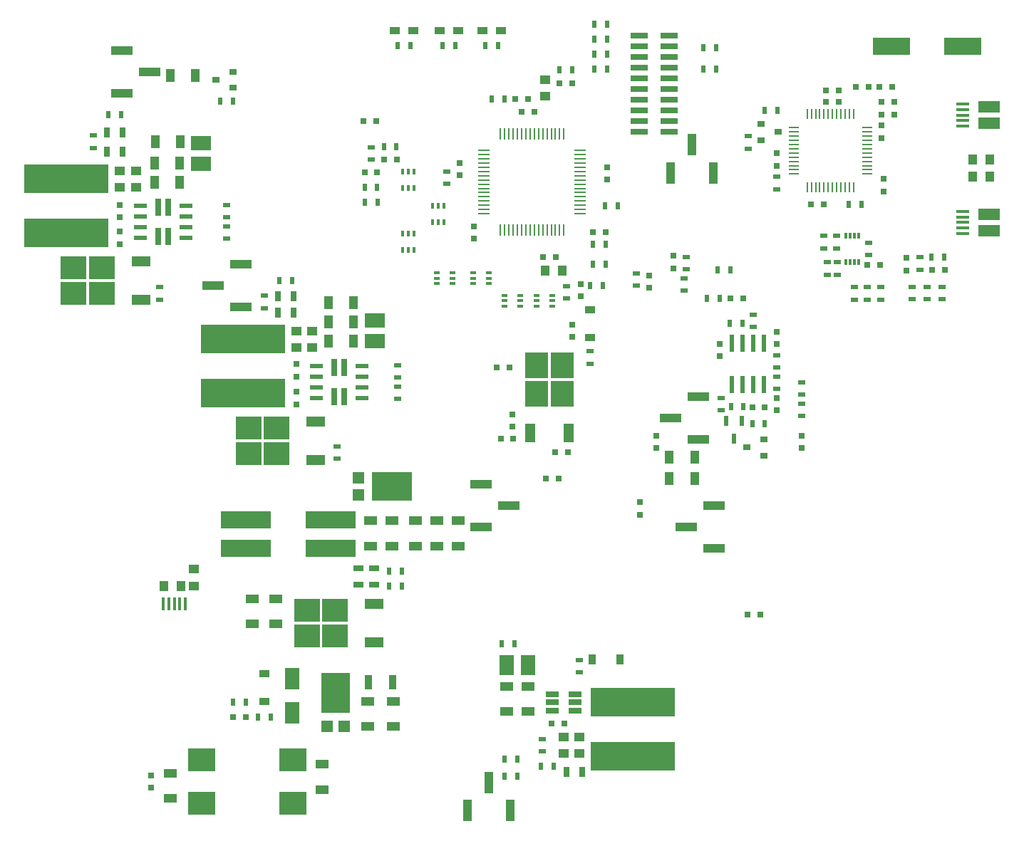
<source format=gbr>
G04 #@! TF.FileFunction,Paste,Top*
%FSLAX46Y46*%
G04 Gerber Fmt 4.6, Leading zero omitted, Abs format (unit mm)*
G04 Created by KiCad (PCBNEW 4.0.7) date 12/12/18 15:38:43*
%MOMM*%
%LPD*%
G01*
G04 APERTURE LIST*
%ADD10C,0.100000*%
%ADD11R,0.450000X1.500000*%
%ADD12R,0.900000X0.500000*%
%ADD13R,0.750000X0.800000*%
%ADD14R,1.650000X0.400000*%
%ADD15R,2.500000X1.430000*%
%ADD16R,1.600000X1.000000*%
%ADD17R,0.800000X0.750000*%
%ADD18R,1.250000X1.000000*%
%ADD19R,1.000000X1.600000*%
%ADD20R,1.000000X1.250000*%
%ADD21R,1.800000X2.500000*%
%ADD22R,1.200000X0.900000*%
%ADD23R,0.900000X1.200000*%
%ADD24R,4.860000X3.360000*%
%ADD25R,1.400000X1.390000*%
%ADD26R,2.100000X0.750000*%
%ADD27R,1.700000X2.400000*%
%ADD28R,10.000000X3.500000*%
%ADD29R,2.400000X1.700000*%
%ADD30R,6.000000X2.150000*%
%ADD31R,2.200000X1.200000*%
%ADD32R,3.050000X2.750000*%
%ADD33R,0.900000X1.700000*%
%ADD34R,0.500000X0.900000*%
%ADD35R,0.700000X1.300000*%
%ADD36R,1.300000X0.700000*%
%ADD37R,1.200000X2.200000*%
%ADD38R,2.750000X3.050000*%
%ADD39R,3.360000X4.860000*%
%ADD40R,1.390000X1.400000*%
%ADD41R,0.400000X0.650000*%
%ADD42R,0.650000X0.400000*%
%ADD43R,1.000000X2.510000*%
%ADD44R,2.510000X1.000000*%
%ADD45R,3.200000X2.700000*%
%ADD46R,1.300000X0.250000*%
%ADD47R,0.250000X1.300000*%
%ADD48R,1.473200X0.279400*%
%ADD49R,0.279400X1.473200*%
%ADD50R,4.500000X2.000000*%
%ADD51R,1.560000X0.650000*%
%ADD52R,1.550000X0.600000*%
%ADD53R,0.705000X2.040000*%
%ADD54R,0.900000X0.800000*%
%ADD55R,0.600000X2.000000*%
%ADD56R,0.300000X0.800000*%
%ADD57R,0.600000X1.300000*%
G04 APERTURE END LIST*
D10*
D11*
X19812020Y-72073020D03*
X20462020Y-72073020D03*
X19162020Y-72073020D03*
X21112020Y-72073020D03*
X18512020Y-72073020D03*
D12*
X18034020Y-34429020D03*
X18034020Y-35929020D03*
D13*
X13335020Y-29325020D03*
X13335020Y-27825020D03*
D12*
X26035020Y-24650020D03*
X26035020Y-26150020D03*
X26035020Y-27190020D03*
X26035020Y-28690020D03*
D14*
X113500000Y-28050000D03*
X113500000Y-27400000D03*
X113500000Y-26750000D03*
X113500000Y-26100000D03*
X113500000Y-25450000D03*
D15*
X116620000Y-27710000D03*
X116620000Y-25790000D03*
D13*
X17018020Y-93968020D03*
X17018020Y-92468020D03*
D16*
X19304020Y-92226020D03*
X19304020Y-95226020D03*
X37338020Y-91186020D03*
X37338020Y-94186020D03*
X42766000Y-83684000D03*
X42766000Y-86684000D03*
X45814000Y-83684000D03*
X45814000Y-86684000D03*
D17*
X42397000Y-20811816D03*
X43897000Y-20811816D03*
X26785132Y-85588642D03*
X28285132Y-85588642D03*
D16*
X59276000Y-81906000D03*
X59276000Y-84906000D03*
X61816000Y-81906000D03*
X61816000Y-84906000D03*
D18*
X67945020Y-89900020D03*
X67945020Y-87900020D03*
X66040020Y-89900020D03*
X66040020Y-87900020D03*
D17*
X71026421Y-27893237D03*
X69526421Y-27893237D03*
X66155020Y-86360020D03*
X64655020Y-86360020D03*
X46216020Y-19304020D03*
X44716020Y-19304020D03*
D13*
X67056020Y-38874020D03*
X67056020Y-40374020D03*
D19*
X20550020Y-17145020D03*
X17550020Y-17145020D03*
X20438006Y-19685020D03*
X17438006Y-19685020D03*
X20438006Y-21971020D03*
X17438006Y-21971020D03*
D18*
X13335020Y-20590020D03*
X13335020Y-22590020D03*
X15240020Y-20590020D03*
X15240020Y-22590020D03*
D19*
X41124020Y-36322020D03*
X38124020Y-36322020D03*
X41091000Y-40894020D03*
X38091000Y-40894020D03*
X41124020Y-38608020D03*
X38124020Y-38608020D03*
D18*
X36195020Y-39640020D03*
X36195020Y-41640020D03*
X34290020Y-39640020D03*
X34290020Y-41640020D03*
D13*
X68072020Y-35548020D03*
X68072020Y-34048020D03*
D17*
X61804000Y-12032000D03*
X60304000Y-12032000D03*
D13*
X53688000Y-21164000D03*
X53688000Y-19664000D03*
X71214000Y-21672000D03*
X71214000Y-20172000D03*
D17*
X63606000Y-30828000D03*
X65106000Y-30828000D03*
D13*
X55372020Y-28690020D03*
X55372020Y-27190020D03*
D17*
X61066000Y-13556000D03*
X62566000Y-13556000D03*
D18*
X63848000Y-11762000D03*
X63848000Y-9762000D03*
D20*
X65864000Y-32512020D03*
X63864000Y-32512020D03*
D13*
X105359618Y-12408082D03*
X105359618Y-13908082D03*
D17*
X97231618Y-11049020D03*
X98731618Y-11049020D03*
D13*
X103835618Y-12408082D03*
X103835618Y-13908082D03*
D17*
X97243618Y-12446020D03*
X98743618Y-12446020D03*
D13*
X104089618Y-21552082D03*
X104089618Y-23052082D03*
X103835618Y-15214082D03*
X103835618Y-16714082D03*
D17*
X105093618Y-10618082D03*
X103593618Y-10618082D03*
X100799618Y-10618082D03*
X102299618Y-10618082D03*
D13*
X91389618Y-18504082D03*
X91389618Y-20004082D03*
D17*
X96965618Y-24588082D03*
X95465618Y-24588082D03*
X87376020Y-35814020D03*
X85876020Y-35814020D03*
D18*
X22098020Y-67977020D03*
X22098020Y-69977020D03*
D20*
X18574020Y-69977020D03*
X20574020Y-69977020D03*
D16*
X31844000Y-74492000D03*
X31844000Y-71492000D03*
X29050000Y-71492000D03*
X29050000Y-74492000D03*
X45687000Y-62221000D03*
X45687000Y-65221000D03*
X43147000Y-62221000D03*
X43147000Y-65221000D03*
X53561000Y-62221000D03*
X53561000Y-65221000D03*
X51021000Y-62221000D03*
X51021000Y-65221000D03*
X48481000Y-62221000D03*
X48481000Y-65221000D03*
D21*
X33782020Y-81026020D03*
X33782020Y-85026020D03*
D22*
X30480020Y-80392020D03*
X30480020Y-83692020D03*
D23*
X69470020Y-78740020D03*
X72770020Y-78740020D03*
D22*
X69173944Y-40455174D03*
X69173944Y-37155174D03*
D24*
X45687000Y-58133000D03*
D25*
X41705000Y-57148000D03*
X41705000Y-59118000D03*
D26*
X75009600Y-15976600D03*
X78609600Y-15976600D03*
X75009600Y-14706600D03*
X78609600Y-14706600D03*
X75009600Y-13436600D03*
X78609600Y-13436600D03*
X75009600Y-12166600D03*
X78609600Y-12166600D03*
X75009600Y-10896600D03*
X78609600Y-10896600D03*
X75009600Y-9626600D03*
X78609600Y-9626600D03*
X75009600Y-8356600D03*
X78609600Y-8356600D03*
X75009600Y-7086600D03*
X78609600Y-7086600D03*
X75009600Y-5816600D03*
X78609600Y-5816600D03*
X75009600Y-4546600D03*
X78609600Y-4546600D03*
D27*
X59296000Y-79342000D03*
X61796000Y-79342000D03*
D28*
X74295020Y-83745020D03*
X74295020Y-90245020D03*
D29*
X23002006Y-17292020D03*
X23002006Y-19792020D03*
X43655000Y-38374020D03*
X43655000Y-40874020D03*
D30*
X38335000Y-62100000D03*
X38335000Y-65530000D03*
X28335000Y-65530000D03*
X28335000Y-62100000D03*
D31*
X36585020Y-54985020D03*
X36585020Y-50425020D03*
D32*
X28610020Y-51180020D03*
X31960020Y-54230020D03*
X28610020Y-54230020D03*
X31960020Y-51180020D03*
D31*
X43537000Y-76669000D03*
X43537000Y-72109000D03*
D32*
X35562000Y-72864000D03*
X38912000Y-75914000D03*
X35562000Y-75914000D03*
X38912000Y-72864000D03*
D33*
X42840000Y-81374000D03*
X45740000Y-81374000D03*
D34*
X42430020Y-24384020D03*
X43930020Y-24384020D03*
X43897000Y-22589816D03*
X42397000Y-22589816D03*
X31242020Y-85598020D03*
X29742020Y-85598020D03*
X28285132Y-83810642D03*
X26785132Y-83810642D03*
D35*
X68260020Y-92075020D03*
X66360020Y-92075020D03*
D34*
X71027447Y-31750020D03*
X69527447Y-31750020D03*
D12*
X67945020Y-80252020D03*
X67945020Y-78752020D03*
D34*
X69526421Y-29337020D03*
X71026421Y-29337020D03*
X64885020Y-91440020D03*
X63385020Y-91440020D03*
X60534000Y-92583020D03*
X59034000Y-92583020D03*
X60534000Y-90518000D03*
X59034000Y-90518000D03*
D12*
X43180020Y-19292020D03*
X43180020Y-17792020D03*
D34*
X44704020Y-17780020D03*
X46204020Y-17780020D03*
D12*
X110975642Y-35889988D03*
X110975642Y-34389988D03*
X69232344Y-43560774D03*
X69232344Y-42060774D03*
D35*
X11750020Y-18368976D03*
X13650020Y-18368976D03*
X11750020Y-16082976D03*
X13650020Y-16082976D03*
D12*
X10160020Y-17895020D03*
X10160020Y-16395020D03*
D34*
X13450020Y-13970020D03*
X11950020Y-13970020D03*
D35*
X32070020Y-35560020D03*
X33970020Y-35560020D03*
X32070020Y-37465020D03*
X33970020Y-37465020D03*
D12*
X46355020Y-46240020D03*
X46355020Y-47740020D03*
X30480020Y-36945020D03*
X30480020Y-35445020D03*
D34*
X33770020Y-33655020D03*
X32270020Y-33655020D03*
D12*
X66421020Y-34302020D03*
X66421020Y-35802020D03*
D34*
X69227020Y-34290020D03*
X70727020Y-34290020D03*
X111240020Y-30861020D03*
X109740020Y-30861020D03*
D12*
X91389618Y-21298082D03*
X91389618Y-22798082D03*
D34*
X101461020Y-24638020D03*
X99961020Y-24638020D03*
X89928020Y-13462020D03*
X91428020Y-13462020D03*
X83070020Y-35814020D03*
X84570020Y-35814020D03*
D12*
X108421758Y-30855364D03*
X108421758Y-32355364D03*
D34*
X85840020Y-32385020D03*
X84340020Y-32385020D03*
D12*
X52164000Y-22180000D03*
X52164000Y-20680000D03*
D34*
X69702000Y-3142000D03*
X71202000Y-3142000D03*
X69702000Y-4920000D03*
X71202000Y-4920000D03*
X69702000Y-6698000D03*
X71202000Y-6698000D03*
X69702000Y-8476000D03*
X71202000Y-8476000D03*
X84156000Y-8476000D03*
X82656000Y-8476000D03*
X84156000Y-5936000D03*
X82656000Y-5936000D03*
X57510000Y-12032000D03*
X59010000Y-12032000D03*
D36*
X43528000Y-69784020D03*
X43528000Y-67884020D03*
D34*
X45318000Y-69944000D03*
X46818000Y-69944000D03*
X45318000Y-68166000D03*
X46818000Y-68166000D03*
D37*
X62077347Y-51746195D03*
X66637347Y-51746195D03*
D38*
X65882347Y-43771195D03*
X62832347Y-47121195D03*
X62832347Y-43771195D03*
X65882347Y-47121195D03*
D39*
X38956000Y-82644000D03*
D40*
X37971000Y-86626000D03*
X39941000Y-86626000D03*
D41*
X46942000Y-22634000D03*
X48242000Y-22634000D03*
X47592000Y-20734000D03*
X47592000Y-22634000D03*
X48242000Y-20734000D03*
X46942000Y-20734000D03*
X50498000Y-26698000D03*
X51798000Y-26698000D03*
X51148000Y-24798000D03*
X51148000Y-26698000D03*
X51798000Y-24798000D03*
X50498000Y-24798000D03*
X46942000Y-30000000D03*
X48242000Y-30000000D03*
X47592000Y-28100000D03*
X47592000Y-30000000D03*
X48242000Y-28100000D03*
X46942000Y-28100000D03*
D42*
X52860000Y-34018000D03*
X52860000Y-32718000D03*
X50960000Y-33368000D03*
X52860000Y-33368000D03*
X50960000Y-32718000D03*
X50960000Y-34018000D03*
X57178000Y-34018000D03*
X57178000Y-32718000D03*
X55278000Y-33368000D03*
X57178000Y-33368000D03*
X55278000Y-32718000D03*
X55278000Y-34018000D03*
X60894020Y-36718020D03*
X60894020Y-35418020D03*
X58994020Y-36068020D03*
X60894020Y-36068020D03*
X58994020Y-35418020D03*
X58994020Y-36718020D03*
X64704020Y-36718020D03*
X64704020Y-35418020D03*
X62804020Y-36068020D03*
X64704020Y-36068020D03*
X62804020Y-35418020D03*
X62804020Y-36718020D03*
D43*
X81280020Y-17522020D03*
X83820020Y-20832020D03*
X78740020Y-20832020D03*
D44*
X80637020Y-62992020D03*
X83947020Y-60452020D03*
X83947020Y-65532020D03*
D45*
X23048020Y-90618020D03*
X23048020Y-95818020D03*
X33848020Y-95818020D03*
X33848020Y-90618020D03*
D17*
X109867020Y-32385020D03*
X111367020Y-32385020D03*
D13*
X106811330Y-32437344D03*
X106811330Y-30937344D03*
D20*
X114697020Y-21336020D03*
X116697020Y-21336020D03*
X114697020Y-19304020D03*
X116697020Y-19304020D03*
D13*
X76200020Y-33032020D03*
X76200020Y-34532020D03*
D22*
X48184000Y-3904000D03*
X45984000Y-3904000D03*
X53518000Y-3904000D03*
X51318000Y-3904000D03*
X58598000Y-3904000D03*
X56398000Y-3904000D03*
D12*
X94361020Y-47232020D03*
X94361020Y-45732020D03*
X94361020Y-48272020D03*
X94361020Y-49772020D03*
X74676020Y-34278020D03*
X74676020Y-32778020D03*
X102115225Y-35910767D03*
X102115225Y-34410767D03*
X107419642Y-35889988D03*
X107419642Y-34389988D03*
X103766225Y-35910767D03*
X103766225Y-34410767D03*
X109197642Y-34389988D03*
X109197642Y-35889988D03*
X100591225Y-34410767D03*
X100591225Y-35910767D03*
D34*
X47834000Y-5682000D03*
X46334000Y-5682000D03*
X53168000Y-5682000D03*
X51668000Y-5682000D03*
X58248000Y-5682000D03*
X56748000Y-5682000D03*
X26785020Y-12319020D03*
X25285020Y-12319020D03*
X70972000Y-24732000D03*
X72472000Y-24732000D03*
D12*
X88011020Y-16472082D03*
X88011020Y-17972082D03*
D17*
X65036020Y-54102020D03*
X66536020Y-54102020D03*
D13*
X59944020Y-51042020D03*
X59944020Y-49542020D03*
D17*
X89396020Y-73406020D03*
X87896020Y-73406020D03*
D13*
X77089020Y-53582000D03*
X77089020Y-52082000D03*
X94361020Y-53582020D03*
X94361020Y-52082020D03*
D19*
X19328020Y-9271020D03*
X22328020Y-9271020D03*
D14*
X113500000Y-15300000D03*
X113500000Y-14650000D03*
X113500000Y-14000000D03*
X113500000Y-13350000D03*
X113500000Y-12700000D03*
D15*
X116620000Y-14960000D03*
X116620000Y-13040000D03*
D36*
X41656020Y-69784020D03*
X41656020Y-67884020D03*
D46*
X102089618Y-20988082D03*
X102089618Y-20488082D03*
X102089618Y-19988082D03*
X102089618Y-19488082D03*
X102089618Y-18988082D03*
X102089618Y-18488082D03*
X102089618Y-17988082D03*
X102089618Y-17488082D03*
X102089618Y-16988082D03*
X102089618Y-16488082D03*
X102089618Y-15988082D03*
X102089618Y-15488082D03*
D47*
X100489618Y-13888082D03*
X99989618Y-13888082D03*
X99489618Y-13888082D03*
X98989618Y-13888082D03*
X98489618Y-13888082D03*
X97989618Y-13888082D03*
X97489618Y-13888082D03*
X96989618Y-13888082D03*
X96489618Y-13888082D03*
X95989618Y-13888082D03*
X95489618Y-13888082D03*
X94989618Y-13888082D03*
D46*
X93389618Y-15488082D03*
X93389618Y-15988082D03*
X93389618Y-16488082D03*
X93389618Y-16988082D03*
X93389618Y-17488082D03*
X93389618Y-17988082D03*
X93389618Y-18488082D03*
X93389618Y-18988082D03*
X93389618Y-19488082D03*
X93389618Y-19988082D03*
X93389618Y-20488082D03*
X93389618Y-20988082D03*
D47*
X94989618Y-22588082D03*
X95489618Y-22588082D03*
X95989618Y-22588082D03*
X96489618Y-22588082D03*
X96989618Y-22588082D03*
X97489618Y-22588082D03*
X97989618Y-22588082D03*
X98489618Y-22588082D03*
X98989618Y-22588082D03*
X99489618Y-22588082D03*
X99989618Y-22588082D03*
X100489618Y-22588082D03*
D17*
X59602520Y-44005520D03*
X58102520Y-44005520D03*
X60071020Y-52451020D03*
X58571020Y-52451020D03*
X65468520Y-57213520D03*
X63968520Y-57213520D03*
D13*
X75120520Y-60019520D03*
X75120520Y-61519520D03*
D17*
X43751520Y-14732020D03*
X42251520Y-14732020D03*
X65556020Y-10223520D03*
X67056020Y-10223520D03*
D34*
X65544020Y-8636020D03*
X67044020Y-8636020D03*
D48*
X56609000Y-18178800D03*
X56609000Y-18686800D03*
X56609000Y-19194800D03*
X56609000Y-19677400D03*
X56609000Y-20185400D03*
X56609000Y-20693400D03*
X56609000Y-21176000D03*
X56609000Y-21684000D03*
X56609000Y-22192000D03*
X56609000Y-22700000D03*
X56609000Y-23182600D03*
X56609000Y-23690600D03*
X56609000Y-24198600D03*
X56609000Y-24681200D03*
X56609000Y-25189200D03*
X56609000Y-25697200D03*
D49*
X58564800Y-27653000D03*
X59072800Y-27653000D03*
X59580800Y-27653000D03*
X60063400Y-27653000D03*
X60571400Y-27653000D03*
X61079400Y-27653000D03*
X61562000Y-27653000D03*
X62070000Y-27653000D03*
X62578000Y-27653000D03*
X63086000Y-27653000D03*
X63568600Y-27653000D03*
X64076600Y-27653000D03*
X64584600Y-27653000D03*
X65067200Y-27653000D03*
X65575200Y-27653000D03*
X66083200Y-27653000D03*
D48*
X68039000Y-25697200D03*
X68039000Y-25189200D03*
X68039000Y-24681200D03*
X68039000Y-24198600D03*
X68039000Y-23690600D03*
X68039000Y-23182600D03*
X68039000Y-22700000D03*
X68039000Y-22192000D03*
X68039000Y-21684000D03*
X68039000Y-21176000D03*
X68039000Y-20693400D03*
X68039000Y-20185400D03*
X68039000Y-19677400D03*
X68039000Y-19194800D03*
X68039000Y-18686800D03*
X68039000Y-18178800D03*
D49*
X66083200Y-16223000D03*
X65575200Y-16223000D03*
X65067200Y-16223000D03*
X64584600Y-16223000D03*
X64076600Y-16223000D03*
X63568600Y-16223000D03*
X63086000Y-16223000D03*
X62578000Y-16223000D03*
X62070000Y-16223000D03*
X61562000Y-16223000D03*
X61079400Y-16223000D03*
X60571400Y-16223000D03*
X60063400Y-16223000D03*
X59580800Y-16223000D03*
X59072800Y-16223000D03*
X58564800Y-16223000D03*
D50*
X113470020Y-5792082D03*
X104970020Y-5792082D03*
D51*
X67390020Y-84770020D03*
X67390020Y-83820020D03*
X67390020Y-82870020D03*
X64690020Y-82870020D03*
X64690020Y-84770020D03*
X64690020Y-83820020D03*
D52*
X36717520Y-43815020D03*
X36717520Y-45085020D03*
X36717520Y-46355020D03*
X36717520Y-47625020D03*
X42117520Y-47625020D03*
X42117520Y-46355020D03*
X42117520Y-45085020D03*
X42117520Y-43815020D03*
D53*
X40005020Y-47420020D03*
X40005020Y-44020020D03*
X38830020Y-47420020D03*
X38830020Y-44020020D03*
D52*
X15762520Y-24765020D03*
X15762520Y-26035020D03*
X15762520Y-27305020D03*
X15762520Y-28575020D03*
X21162520Y-28575020D03*
X21162520Y-27305020D03*
X21162520Y-26035020D03*
X21162520Y-24765020D03*
D53*
X19050020Y-28370020D03*
X19050020Y-24970020D03*
X17875020Y-28370020D03*
X17875020Y-24970020D03*
D13*
X34290020Y-48375020D03*
X34290020Y-46875020D03*
X34290020Y-43585020D03*
X34290020Y-45085020D03*
X13335020Y-24650020D03*
X13335020Y-26150020D03*
D28*
X6985020Y-28015020D03*
X6985020Y-21515020D03*
X27940020Y-47065020D03*
X27940020Y-40565020D03*
D31*
X15825020Y-35935020D03*
X15825020Y-31375020D03*
D32*
X7850020Y-32130020D03*
X11200020Y-35180020D03*
X7850020Y-35180020D03*
X11200020Y-32130020D03*
D12*
X63500020Y-89650020D03*
X63500020Y-88150020D03*
X39116020Y-53352020D03*
X39116020Y-54852020D03*
X46355020Y-43700020D03*
X46355020Y-45200020D03*
D34*
X58686020Y-76835020D03*
X60186020Y-76835020D03*
D17*
X89966827Y-48739421D03*
X88466827Y-48739421D03*
D13*
X91375827Y-49108421D03*
X91375827Y-47608421D03*
D17*
X103640793Y-31787045D03*
X102140793Y-31787045D03*
D13*
X91375827Y-39734421D03*
X91375827Y-41234421D03*
X84582020Y-42660020D03*
X84582020Y-41160020D03*
D19*
X78629271Y-54634489D03*
X81629271Y-54634489D03*
X78629271Y-57174489D03*
X81629271Y-57174489D03*
D13*
X79075120Y-30725062D03*
X79075120Y-32225062D03*
D43*
X57150020Y-93345020D03*
X59690020Y-96655020D03*
X54610020Y-96655020D03*
D44*
X24380020Y-34290020D03*
X27690020Y-31750020D03*
X27690020Y-36830020D03*
X16895020Y-8890020D03*
X13585020Y-11430020D03*
X13585020Y-6350020D03*
X59567020Y-60452020D03*
X56257020Y-62992020D03*
X56257020Y-57912020D03*
X78732020Y-50038020D03*
X82042020Y-47498020D03*
X82042020Y-52578020D03*
D54*
X89551020Y-15052020D03*
X89551020Y-16952020D03*
X91551020Y-16002020D03*
X26781020Y-10729020D03*
X26781020Y-8829020D03*
X24781020Y-9779020D03*
X89851827Y-54449421D03*
X89851827Y-52549421D03*
X87851827Y-53499421D03*
D12*
X84771827Y-49108421D03*
X84771827Y-47608421D03*
D34*
X85926827Y-48612421D03*
X87426827Y-48612421D03*
X88466827Y-50644421D03*
X89966827Y-50644421D03*
D12*
X96960053Y-28339373D03*
X96960053Y-29839373D03*
X98484053Y-29839373D03*
X98484053Y-28339373D03*
X91375827Y-46568421D03*
X91375827Y-45068421D03*
X98552020Y-32970995D03*
X98552020Y-31470995D03*
X97409020Y-31470995D03*
X97409020Y-32970995D03*
X91375827Y-42528421D03*
X91375827Y-44028421D03*
X88581827Y-39202421D03*
X88581827Y-37702421D03*
X102255793Y-30632045D03*
X102255793Y-29132045D03*
D34*
X85799827Y-38706421D03*
X87299827Y-38706421D03*
D12*
X80345120Y-34880062D03*
X80345120Y-33380062D03*
X80645020Y-32340062D03*
X80645020Y-30840062D03*
D55*
X86041827Y-46019421D03*
X87311827Y-46019421D03*
X89851827Y-46019421D03*
X89851827Y-41119421D03*
X88581827Y-41119421D03*
X87311827Y-41119421D03*
X86041827Y-41119421D03*
X88581827Y-46019421D03*
D56*
X101100793Y-28332045D03*
X100600793Y-28332045D03*
X100100793Y-28332045D03*
X99600793Y-28332045D03*
X99600793Y-31432045D03*
X100100793Y-31432045D03*
X100600793Y-31432045D03*
X101100793Y-31432045D03*
D57*
X86295827Y-52456421D03*
X85345827Y-50356421D03*
X87245827Y-50356421D03*
M02*

</source>
